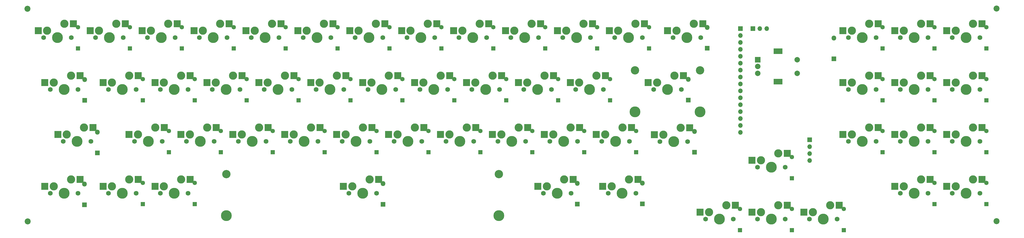
<source format=gbr>
G04 #@! TF.GenerationSoftware,KiCad,Pcbnew,7.0.1*
G04 #@! TF.CreationDate,2023-04-14T16:04:57-07:00*
G04 #@! TF.ProjectId,trashtruck.b,74726173-6874-4727-9563-6b2e622e6b69,rev?*
G04 #@! TF.SameCoordinates,Original*
G04 #@! TF.FileFunction,Soldermask,Bot*
G04 #@! TF.FilePolarity,Negative*
%FSLAX46Y46*%
G04 Gerber Fmt 4.6, Leading zero omitted, Abs format (unit mm)*
G04 Created by KiCad (PCBNEW 7.0.1) date 2023-04-14 16:04:57*
%MOMM*%
%LPD*%
G01*
G04 APERTURE LIST*
%ADD10C,1.750000*%
%ADD11C,3.000000*%
%ADD12C,3.987800*%
%ADD13R,2.550000X2.500000*%
%ADD14R,1.600000X1.600000*%
%ADD15C,1.600000*%
%ADD16R,1.800000X1.800000*%
%ADD17O,1.800000X1.800000*%
%ADD18R,1.700000X1.700000*%
%ADD19O,1.700000X1.700000*%
%ADD20C,2.200000*%
%ADD21C,3.048000*%
%ADD22R,2.000000X2.000000*%
%ADD23C,2.000000*%
%ADD24R,3.200000X2.000000*%
G04 APERTURE END LIST*
D10*
X286235000Y-199140000D03*
D11*
X287505000Y-196600000D03*
D12*
X291315000Y-199140000D03*
D11*
X293855000Y-194060000D03*
D10*
X296395000Y-199140000D03*
D13*
X284230000Y-196600000D03*
D14*
X298815000Y-203170000D03*
D13*
X297157000Y-194060000D03*
D15*
X298815000Y-195370000D03*
D16*
X144020000Y-241520000D03*
D17*
X144020000Y-233900000D03*
D16*
X148780000Y-222410000D03*
D17*
X148780000Y-214790000D03*
D10*
X305285000Y-199140000D03*
D11*
X306555000Y-196600000D03*
D12*
X310365000Y-199140000D03*
D11*
X312905000Y-194060000D03*
D10*
X315445000Y-199140000D03*
D13*
X303280000Y-196600000D03*
D14*
X317865000Y-203170000D03*
D13*
X316207000Y-194060000D03*
D15*
X317865000Y-195370000D03*
D18*
X410150000Y-217610000D03*
D19*
X410150000Y-220150000D03*
X410150000Y-222690000D03*
X410150000Y-225230000D03*
D10*
X443397500Y-180090000D03*
D11*
X444667500Y-177550000D03*
D12*
X448477500Y-180090000D03*
D11*
X451017500Y-175010000D03*
D10*
X453557500Y-180090000D03*
D13*
X441392500Y-177550000D03*
D14*
X455977500Y-184120000D03*
D13*
X454319500Y-175010000D03*
D15*
X455977500Y-176320000D03*
D18*
X389350000Y-176830000D03*
D19*
X391890000Y-176830000D03*
X394430000Y-176830000D03*
D10*
X424347500Y-218190000D03*
D11*
X425617500Y-215650000D03*
D12*
X429427500Y-218190000D03*
D11*
X431967500Y-213110000D03*
D10*
X434507500Y-218190000D03*
D13*
X422342500Y-215650000D03*
D14*
X436927500Y-222220000D03*
D13*
X435269500Y-213110000D03*
D15*
X436927500Y-214420000D03*
D10*
X148122500Y-180090000D03*
D11*
X149392500Y-177550000D03*
D12*
X153202500Y-180090000D03*
D11*
X155742500Y-175010000D03*
D10*
X158282500Y-180090000D03*
D13*
X146117500Y-177550000D03*
D14*
X160702500Y-184120000D03*
D13*
X159044500Y-175010000D03*
D15*
X160702500Y-176320000D03*
D18*
X384740000Y-176760000D03*
D19*
X384740000Y-179300000D03*
X384740000Y-181840000D03*
X384740000Y-184380000D03*
X384740000Y-186920000D03*
X384740000Y-189460000D03*
X384740000Y-192000000D03*
X384740000Y-194540000D03*
X384740000Y-197080000D03*
X384740000Y-199620000D03*
X384740000Y-202160000D03*
X384740000Y-204700000D03*
X384740000Y-207240000D03*
X384740000Y-209780000D03*
X384740000Y-212320000D03*
X384740000Y-214860000D03*
D10*
X167172500Y-180090000D03*
D11*
X168442500Y-177550000D03*
D12*
X172252500Y-180090000D03*
D11*
X174792500Y-175010000D03*
D10*
X177332500Y-180090000D03*
D13*
X165167500Y-177550000D03*
D14*
X179752500Y-184120000D03*
D13*
X178094500Y-175010000D03*
D15*
X179752500Y-176320000D03*
D16*
X348730000Y-241160000D03*
D17*
X348730000Y-233540000D03*
D10*
X136270000Y-218200000D03*
D11*
X137540000Y-215660000D03*
D12*
X141350000Y-218200000D03*
D11*
X143890000Y-213120000D03*
D10*
X146430000Y-218200000D03*
D13*
X134265000Y-215660000D03*
X147192000Y-213120000D03*
D10*
X152885000Y-237240000D03*
D11*
X154155000Y-234700000D03*
D12*
X157965000Y-237240000D03*
D11*
X160505000Y-232160000D03*
D10*
X163045000Y-237240000D03*
D13*
X150880000Y-234700000D03*
D14*
X165465000Y-241270000D03*
D13*
X163807000Y-232160000D03*
D15*
X165465000Y-233470000D03*
D10*
X171935000Y-199140000D03*
D11*
X173205000Y-196600000D03*
D12*
X177015000Y-199140000D03*
D11*
X179555000Y-194060000D03*
D10*
X182095000Y-199140000D03*
D13*
X169930000Y-196600000D03*
D14*
X184515000Y-203170000D03*
D13*
X182857000Y-194060000D03*
D15*
X184515000Y-195370000D03*
D10*
X462447500Y-237240000D03*
D11*
X463717500Y-234700000D03*
D12*
X467527500Y-237240000D03*
D11*
X470067500Y-232160000D03*
D10*
X472607500Y-237240000D03*
D13*
X460442500Y-234700000D03*
D14*
X475027500Y-241270000D03*
D13*
X473369500Y-232160000D03*
D15*
X475027500Y-233470000D03*
D10*
X462447500Y-199140000D03*
D11*
X463717500Y-196600000D03*
D12*
X467527500Y-199140000D03*
D11*
X470067500Y-194060000D03*
D10*
X472607500Y-199140000D03*
D13*
X460442500Y-196600000D03*
D14*
X475027500Y-203170000D03*
D13*
X473369500Y-194060000D03*
D15*
X475027500Y-195370000D03*
D10*
X360030000Y-180060000D03*
D11*
X361300000Y-177520000D03*
D12*
X365110000Y-180060000D03*
D11*
X367650000Y-174980000D03*
D10*
X370190000Y-180060000D03*
D13*
X358025000Y-177520000D03*
X370952000Y-174980000D03*
D10*
X224322500Y-180090000D03*
D11*
X225592500Y-177550000D03*
D12*
X229402500Y-180090000D03*
D11*
X231942500Y-175010000D03*
D10*
X234482500Y-180090000D03*
D13*
X222317500Y-177550000D03*
D14*
X236902500Y-184120000D03*
D13*
X235244500Y-175010000D03*
D15*
X236902500Y-176320000D03*
D10*
X410060000Y-246765000D03*
D11*
X411330000Y-244225000D03*
D12*
X415140000Y-246765000D03*
D11*
X417680000Y-241685000D03*
D10*
X420220000Y-246765000D03*
D13*
X408055000Y-244225000D03*
D14*
X422640000Y-250795000D03*
D13*
X420982000Y-241685000D03*
D15*
X422640000Y-242995000D03*
D10*
X171935000Y-237240000D03*
D11*
X173205000Y-234700000D03*
D12*
X177015000Y-237240000D03*
D11*
X179555000Y-232160000D03*
D10*
X182095000Y-237240000D03*
D13*
X169930000Y-234700000D03*
D14*
X184515000Y-241270000D03*
D13*
X182857000Y-232160000D03*
D15*
X184515000Y-233470000D03*
D10*
X338622500Y-180090000D03*
D11*
X339892500Y-177550000D03*
D12*
X343702500Y-180090000D03*
D11*
X346242500Y-175010000D03*
D10*
X348782500Y-180090000D03*
D13*
X336617500Y-177550000D03*
D14*
X351202500Y-184120000D03*
D13*
X349544500Y-175010000D03*
D15*
X351202500Y-176320000D03*
D20*
X478770000Y-247480000D03*
D10*
X257660000Y-218190000D03*
D11*
X258930000Y-215650000D03*
D12*
X262740000Y-218190000D03*
D11*
X265280000Y-213110000D03*
D10*
X267820000Y-218190000D03*
D13*
X255655000Y-215650000D03*
D14*
X270240000Y-222220000D03*
D13*
X268582000Y-213110000D03*
D15*
X270240000Y-214420000D03*
D10*
X355210000Y-218250000D03*
D11*
X356480000Y-215710000D03*
D12*
X360290000Y-218250000D03*
D11*
X362830000Y-213170000D03*
D10*
X365370000Y-218250000D03*
D13*
X353205000Y-215710000D03*
X366132000Y-213170000D03*
D10*
X281472500Y-180090000D03*
D11*
X282742500Y-177550000D03*
D12*
X286552500Y-180090000D03*
D11*
X289092500Y-175010000D03*
D10*
X291632500Y-180090000D03*
D13*
X279467500Y-177550000D03*
D14*
X294052500Y-184120000D03*
D13*
X292394500Y-175010000D03*
D15*
X294052500Y-176320000D03*
D10*
X131507500Y-199150000D03*
D11*
X132777500Y-196610000D03*
D12*
X136587500Y-199150000D03*
D11*
X139127500Y-194070000D03*
D10*
X141667500Y-199150000D03*
D13*
X129502500Y-196610000D03*
X142429500Y-194070000D03*
D10*
X324335000Y-199140000D03*
D11*
X325605000Y-196600000D03*
D12*
X329415000Y-199140000D03*
D11*
X331955000Y-194060000D03*
D10*
X334495000Y-199140000D03*
D13*
X322330000Y-196600000D03*
D14*
X336915000Y-203170000D03*
D13*
X335257000Y-194060000D03*
D15*
X336915000Y-195370000D03*
D10*
X391010000Y-227715000D03*
D11*
X392280000Y-225175000D03*
D12*
X396090000Y-227715000D03*
D11*
X398630000Y-222635000D03*
D10*
X401170000Y-227715000D03*
D13*
X389005000Y-225175000D03*
D14*
X403590000Y-231745000D03*
D13*
X401932000Y-222635000D03*
D15*
X403590000Y-223945000D03*
D21*
X196125100Y-230265000D03*
D12*
X196125100Y-245505000D03*
D10*
X241045000Y-237250000D03*
D11*
X242315000Y-234710000D03*
D12*
X246125000Y-237250000D03*
D11*
X248665000Y-232170000D03*
D10*
X251205000Y-237250000D03*
D21*
X296124900Y-230265000D03*
D12*
X296124900Y-245505000D03*
D13*
X239040000Y-234710000D03*
X251967000Y-232170000D03*
D20*
X123180000Y-247610000D03*
D10*
X333860000Y-218190000D03*
D11*
X335130000Y-215650000D03*
D12*
X338940000Y-218190000D03*
D11*
X341480000Y-213110000D03*
D10*
X344020000Y-218190000D03*
D13*
X331855000Y-215650000D03*
D14*
X346440000Y-222220000D03*
D13*
X344782000Y-213110000D03*
D15*
X346440000Y-214420000D03*
D10*
X210035000Y-199140000D03*
D11*
X211305000Y-196600000D03*
D12*
X215115000Y-199140000D03*
D11*
X217655000Y-194060000D03*
D10*
X220195000Y-199140000D03*
D13*
X208030000Y-196600000D03*
D14*
X222615000Y-203170000D03*
D13*
X220957000Y-194060000D03*
D15*
X222615000Y-195370000D03*
D21*
X346028250Y-192125000D03*
D12*
X346028250Y-207365000D03*
D10*
X352886250Y-199110000D03*
D11*
X354156250Y-196570000D03*
D12*
X357966250Y-199110000D03*
D11*
X360506250Y-194030000D03*
D10*
X363046250Y-199110000D03*
D21*
X369904250Y-192125000D03*
D12*
X369904250Y-207365000D03*
D13*
X350881250Y-196570000D03*
X363808250Y-194030000D03*
D16*
X324930000Y-241200000D03*
D17*
X324930000Y-233580000D03*
D10*
X424347500Y-180090000D03*
D11*
X425617500Y-177550000D03*
D12*
X429427500Y-180090000D03*
D11*
X431967500Y-175010000D03*
D10*
X434507500Y-180090000D03*
D13*
X422342500Y-177550000D03*
D14*
X436927500Y-184120000D03*
D13*
X435269500Y-175010000D03*
D15*
X436927500Y-176320000D03*
D10*
X443397500Y-218190000D03*
D11*
X444667500Y-215650000D03*
D12*
X448477500Y-218190000D03*
D11*
X451017500Y-213110000D03*
D10*
X453557500Y-218190000D03*
D13*
X441392500Y-215650000D03*
D14*
X455977500Y-222220000D03*
D13*
X454319500Y-213110000D03*
D15*
X455977500Y-214420000D03*
D10*
X295760000Y-218190000D03*
D11*
X297030000Y-215650000D03*
D12*
X300840000Y-218190000D03*
D11*
X303380000Y-213110000D03*
D10*
X305920000Y-218190000D03*
D13*
X293755000Y-215650000D03*
D14*
X308340000Y-222220000D03*
D13*
X306682000Y-213110000D03*
D15*
X308340000Y-214420000D03*
D10*
X267185000Y-199140000D03*
D11*
X268455000Y-196600000D03*
D12*
X272265000Y-199140000D03*
D11*
X274805000Y-194060000D03*
D10*
X277345000Y-199140000D03*
D13*
X265180000Y-196600000D03*
D14*
X279765000Y-203170000D03*
D13*
X278107000Y-194060000D03*
D15*
X279765000Y-195370000D03*
D10*
X181460000Y-218190000D03*
D11*
X182730000Y-215650000D03*
D12*
X186540000Y-218190000D03*
D11*
X189080000Y-213110000D03*
D10*
X191620000Y-218190000D03*
D13*
X179455000Y-215650000D03*
D14*
X194040000Y-222220000D03*
D13*
X192382000Y-213110000D03*
D15*
X194040000Y-214420000D03*
D10*
X219560000Y-218190000D03*
D11*
X220830000Y-215650000D03*
D12*
X224640000Y-218190000D03*
D11*
X227180000Y-213110000D03*
D10*
X229720000Y-218190000D03*
D13*
X217555000Y-215650000D03*
D14*
X232140000Y-222220000D03*
D13*
X230482000Y-213110000D03*
D15*
X232140000Y-214420000D03*
D22*
X391080000Y-188210000D03*
D23*
X391080000Y-193210000D03*
X391080000Y-190710000D03*
D24*
X398580000Y-185110000D03*
X398580000Y-196310000D03*
D23*
X405580000Y-193210000D03*
X405580000Y-188210000D03*
D10*
X205272500Y-180090000D03*
D11*
X206542500Y-177550000D03*
D12*
X210352500Y-180090000D03*
D11*
X212892500Y-175010000D03*
D10*
X215432500Y-180090000D03*
D13*
X203267500Y-177550000D03*
D14*
X217852500Y-184120000D03*
D13*
X216194500Y-175010000D03*
D15*
X217852500Y-176320000D03*
D16*
X144140000Y-203150000D03*
D17*
X144140000Y-195530000D03*
D10*
X243372500Y-180090000D03*
D11*
X244642500Y-177550000D03*
D12*
X248452500Y-180090000D03*
D11*
X250992500Y-175010000D03*
D10*
X253532500Y-180090000D03*
D13*
X241367500Y-177550000D03*
D14*
X255952500Y-184120000D03*
D13*
X254294500Y-175010000D03*
D15*
X255952500Y-176320000D03*
D16*
X365580000Y-203070000D03*
D17*
X365580000Y-195450000D03*
D10*
X312405000Y-237210000D03*
D11*
X313675000Y-234670000D03*
D12*
X317485000Y-237210000D03*
D11*
X320025000Y-232130000D03*
D10*
X322565000Y-237210000D03*
D13*
X310400000Y-234670000D03*
X323327000Y-232130000D03*
D10*
X443397500Y-199140000D03*
D11*
X444667500Y-196600000D03*
D12*
X448477500Y-199140000D03*
D11*
X451017500Y-194060000D03*
D10*
X453557500Y-199140000D03*
D13*
X441392500Y-196600000D03*
D14*
X455977500Y-203170000D03*
D13*
X454319500Y-194060000D03*
D15*
X455977500Y-195370000D03*
D10*
X300522500Y-180090000D03*
D11*
X301792500Y-177550000D03*
D12*
X305602500Y-180090000D03*
D11*
X308142500Y-175010000D03*
D10*
X310682500Y-180090000D03*
D13*
X298517500Y-177550000D03*
D14*
X313102500Y-184120000D03*
D13*
X311444500Y-175010000D03*
D15*
X313102500Y-176320000D03*
D16*
X367940000Y-222200000D03*
D17*
X367940000Y-214580000D03*
D10*
X319572500Y-180090000D03*
D11*
X320842500Y-177550000D03*
D12*
X324652500Y-180090000D03*
D11*
X327192500Y-175010000D03*
D10*
X329732500Y-180090000D03*
D13*
X317567500Y-177550000D03*
D14*
X332152500Y-184120000D03*
D13*
X330494500Y-175010000D03*
D15*
X332152500Y-176320000D03*
D10*
X462447500Y-218190000D03*
D11*
X463717500Y-215650000D03*
D12*
X467527500Y-218190000D03*
D11*
X470067500Y-213110000D03*
D10*
X472607500Y-218190000D03*
D13*
X460442500Y-215650000D03*
D14*
X475027500Y-222220000D03*
D13*
X473369500Y-213110000D03*
D15*
X475027500Y-214420000D03*
D20*
X478690000Y-169430000D03*
D10*
X391010000Y-246765000D03*
D11*
X392280000Y-244225000D03*
D12*
X396090000Y-246765000D03*
D11*
X398630000Y-241685000D03*
D10*
X401170000Y-246765000D03*
D13*
X389005000Y-244225000D03*
D14*
X403590000Y-250795000D03*
D13*
X401932000Y-241685000D03*
D15*
X403590000Y-242995000D03*
D10*
X371960000Y-246765000D03*
D11*
X373230000Y-244225000D03*
D12*
X377040000Y-246765000D03*
D11*
X379580000Y-241685000D03*
D10*
X382120000Y-246765000D03*
D13*
X369955000Y-244225000D03*
D14*
X384540000Y-250795000D03*
D13*
X382882000Y-241685000D03*
D15*
X384540000Y-242995000D03*
D10*
X314810000Y-218190000D03*
D11*
X316080000Y-215650000D03*
D12*
X319890000Y-218190000D03*
D11*
X322430000Y-213110000D03*
D10*
X324970000Y-218190000D03*
D13*
X312805000Y-215650000D03*
D14*
X327390000Y-222220000D03*
D13*
X325732000Y-213110000D03*
D15*
X327390000Y-214420000D03*
D10*
X462447500Y-180090000D03*
D11*
X463717500Y-177550000D03*
D12*
X467527500Y-180090000D03*
D11*
X470067500Y-175010000D03*
D10*
X472607500Y-180090000D03*
D13*
X460442500Y-177550000D03*
D14*
X475027500Y-184120000D03*
D13*
X473369500Y-175010000D03*
D15*
X475027500Y-176320000D03*
D10*
X229085000Y-199140000D03*
D11*
X230355000Y-196600000D03*
D12*
X234165000Y-199140000D03*
D11*
X236705000Y-194060000D03*
D10*
X239245000Y-199140000D03*
D13*
X227080000Y-196600000D03*
D14*
X241665000Y-203170000D03*
D13*
X240007000Y-194060000D03*
D15*
X241665000Y-195370000D03*
D10*
X238610000Y-218190000D03*
D11*
X239880000Y-215650000D03*
D12*
X243690000Y-218190000D03*
D11*
X246230000Y-213110000D03*
D10*
X248770000Y-218190000D03*
D13*
X236605000Y-215650000D03*
D14*
X251190000Y-222220000D03*
D13*
X249532000Y-213110000D03*
D15*
X251190000Y-214420000D03*
D20*
X123100000Y-169560000D03*
D10*
X162410000Y-218190000D03*
D11*
X163680000Y-215650000D03*
D12*
X167490000Y-218190000D03*
D11*
X170030000Y-213110000D03*
D10*
X172570000Y-218190000D03*
D13*
X160405000Y-215650000D03*
D14*
X174990000Y-222220000D03*
D13*
X173332000Y-213110000D03*
D15*
X174990000Y-214420000D03*
D10*
X186222500Y-180090000D03*
D11*
X187492500Y-177550000D03*
D12*
X191302500Y-180090000D03*
D11*
X193842500Y-175010000D03*
D10*
X196382500Y-180090000D03*
D13*
X184217500Y-177550000D03*
D14*
X198802500Y-184120000D03*
D13*
X197144500Y-175010000D03*
D15*
X198802500Y-176320000D03*
D10*
X200510000Y-218190000D03*
D11*
X201780000Y-215650000D03*
D12*
X205590000Y-218190000D03*
D11*
X208130000Y-213110000D03*
D10*
X210670000Y-218190000D03*
D13*
X198505000Y-215650000D03*
D14*
X213090000Y-222220000D03*
D13*
X211432000Y-213110000D03*
D15*
X213090000Y-214420000D03*
D10*
X248135000Y-199140000D03*
D11*
X249405000Y-196600000D03*
D12*
X253215000Y-199140000D03*
D11*
X255755000Y-194060000D03*
D10*
X258295000Y-199140000D03*
D13*
X246130000Y-196600000D03*
D14*
X260715000Y-203170000D03*
D13*
X259057000Y-194060000D03*
D15*
X260715000Y-195370000D03*
D10*
X129072500Y-180090000D03*
D11*
X130342500Y-177550000D03*
D12*
X134152500Y-180090000D03*
D11*
X136692500Y-175010000D03*
D10*
X139232500Y-180090000D03*
D13*
X127067500Y-177550000D03*
D14*
X141652500Y-184120000D03*
D13*
X139994500Y-175010000D03*
D15*
X141652500Y-176320000D03*
D10*
X424347500Y-199140000D03*
D11*
X425617500Y-196600000D03*
D12*
X429427500Y-199140000D03*
D11*
X431967500Y-194060000D03*
D10*
X434507500Y-199140000D03*
D13*
X422342500Y-196600000D03*
D14*
X436927500Y-203170000D03*
D13*
X435269500Y-194060000D03*
D15*
X436927500Y-195370000D03*
D10*
X276710000Y-218190000D03*
D11*
X277980000Y-215650000D03*
D12*
X281790000Y-218190000D03*
D11*
X284330000Y-213110000D03*
D10*
X286870000Y-218190000D03*
D13*
X274705000Y-215650000D03*
D14*
X289290000Y-222220000D03*
D13*
X287632000Y-213110000D03*
D15*
X289290000Y-214420000D03*
D10*
X336217500Y-237210000D03*
D11*
X337487500Y-234670000D03*
D12*
X341297500Y-237210000D03*
D11*
X343837500Y-232130000D03*
D10*
X346377500Y-237210000D03*
D13*
X334212500Y-234670000D03*
X347139500Y-232130000D03*
D16*
X253590000Y-241340000D03*
D17*
X253590000Y-233720000D03*
D10*
X152885000Y-199140000D03*
D11*
X154155000Y-196600000D03*
D12*
X157965000Y-199140000D03*
D11*
X160505000Y-194060000D03*
D10*
X163045000Y-199140000D03*
D13*
X150880000Y-196600000D03*
D14*
X165465000Y-203170000D03*
D13*
X163807000Y-194060000D03*
D15*
X165465000Y-195370000D03*
D16*
X419050000Y-187870000D03*
D17*
X419050000Y-180250000D03*
D10*
X190985000Y-199140000D03*
D11*
X192255000Y-196600000D03*
D12*
X196065000Y-199140000D03*
D11*
X198605000Y-194060000D03*
D10*
X201145000Y-199140000D03*
D13*
X188980000Y-196600000D03*
D14*
X203565000Y-203170000D03*
D13*
X201907000Y-194060000D03*
D15*
X203565000Y-195370000D03*
D10*
X131507500Y-237250000D03*
D11*
X132777500Y-234710000D03*
D12*
X136587500Y-237250000D03*
D11*
X139127500Y-232170000D03*
D10*
X141667500Y-237250000D03*
D13*
X129502500Y-234710000D03*
X142429500Y-232170000D03*
D10*
X262422500Y-180090000D03*
D11*
X263692500Y-177550000D03*
D12*
X267502500Y-180090000D03*
D11*
X270042500Y-175010000D03*
D10*
X272582500Y-180090000D03*
D13*
X260417500Y-177550000D03*
D14*
X275002500Y-184120000D03*
D13*
X273344500Y-175010000D03*
D15*
X275002500Y-176320000D03*
D16*
X372540000Y-184030000D03*
D17*
X372540000Y-176410000D03*
D10*
X443397500Y-237240000D03*
D11*
X444667500Y-234700000D03*
D12*
X448477500Y-237240000D03*
D11*
X451017500Y-232160000D03*
D10*
X453557500Y-237240000D03*
D13*
X441392500Y-234700000D03*
D14*
X455977500Y-241270000D03*
D13*
X454319500Y-232160000D03*
D15*
X455977500Y-233470000D03*
M02*

</source>
